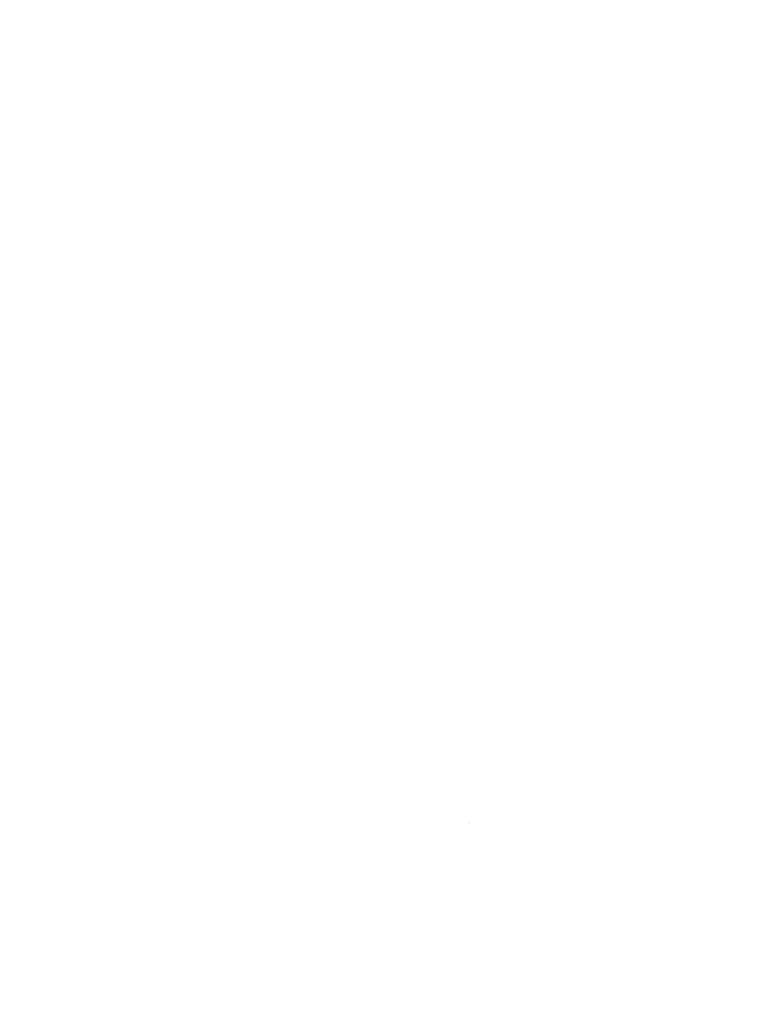
<source format=kicad_pcb>
(kicad_pcb (version 20221018) (generator pcbnew)
  (title_block (title "BOARD NAME:") (comment 1 "PCB DESIGNER:") (comment 2 "DWG NO:") (comment 3 "PART NO.:") (comment 4 "COMPANY NAME:"))
  (layers (0 "F.Cu" signal "TOP") (1 "In1.Cu" power "GND") (2 "In2.Cu" power "POWER") (31 "B.Cu" signal "BOTTOM") (34 "B.Paste" user) (35 "F.Paste" user) (36 "B.SilkS" user "B.Silkscreen") (37 "F.SilkS" user "F.Silkscreen") (38 "B.Mask" user) (39 "F.Mask" user) (44 "Edge.Cuts" user))
  (net 0 "")
  (gr_line (start 231.648 161.544) (end 231.648 161.798) (stroke (width 0.127)) (layer "F.SilkS"))
)
</source>
